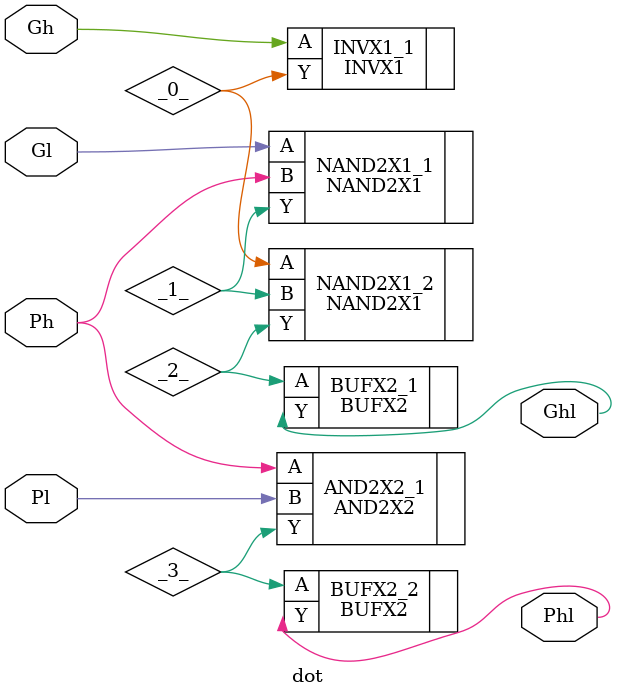
<source format=v>
module dot (Gh, Ph, Gl, Pl, Ghl, Phl);

input Gh;
input Ph;
input Gl;
input Pl;
output Ghl;
output Phl;

INVX1 INVX1_1 ( .A(Gh), .Y(_0_) );
NAND2X1 NAND2X1_1 ( .A(Gl), .B(Ph), .Y(_1_) );
NAND2X1 NAND2X1_2 ( .A(_0_), .B(_1_), .Y(_2_) );
AND2X2 AND2X2_1 ( .A(Ph), .B(Pl), .Y(_3_) );
BUFX2 BUFX2_1 ( .A(_2_), .Y(Ghl) );
BUFX2 BUFX2_2 ( .A(_3_), .Y(Phl) );
FILL FILL_0_0_0 ( );
FILL FILL_0_0_1 ( );
FILL FILL_0_0_2 ( );
FILL FILL_0_1_0 ( );
FILL FILL_0_1_1 ( );
FILL FILL_0_1_2 ( );
endmodule

</source>
